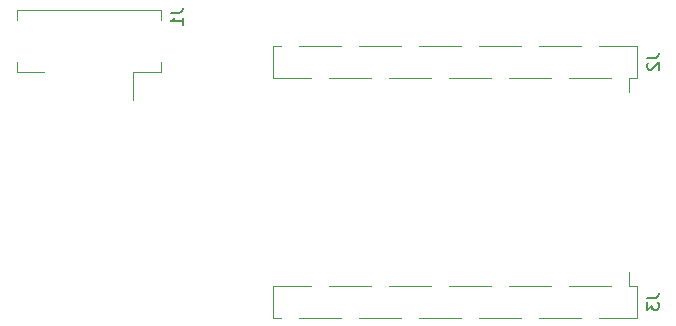
<source format=gbr>
%TF.GenerationSoftware,KiCad,Pcbnew,7.0.6*%
%TF.CreationDate,2023-10-13T04:00:25-07:00*%
%TF.ProjectId,SAL-FP_Keyboard,53414c2d-4650-45f4-9b65-79626f617264,A*%
%TF.SameCoordinates,PX8be9df0PY734a290*%
%TF.FileFunction,Legend,Bot*%
%TF.FilePolarity,Positive*%
%FSLAX46Y46*%
G04 Gerber Fmt 4.6, Leading zero omitted, Abs format (unit mm)*
G04 Created by KiCad (PCBNEW 7.0.6) date 2023-10-13 04:00:25*
%MOMM*%
%LPD*%
G01*
G04 APERTURE LIST*
%ADD10C,0.150000*%
%ADD11C,0.120000*%
G04 APERTURE END LIST*
D10*
X-93280181Y-696666D02*
X-92565896Y-696666D01*
X-92565896Y-696666D02*
X-92423039Y-649047D01*
X-92423039Y-649047D02*
X-92327800Y-553809D01*
X-92327800Y-553809D02*
X-92280181Y-410952D01*
X-92280181Y-410952D02*
X-92280181Y-315714D01*
X-92280181Y-1696666D02*
X-92280181Y-1125238D01*
X-92280181Y-1410952D02*
X-93280181Y-1410952D01*
X-93280181Y-1410952D02*
X-93137324Y-1315714D01*
X-93137324Y-1315714D02*
X-93042086Y-1220476D01*
X-93042086Y-1220476D02*
X-92994467Y-1125238D01*
X-52945181Y-24826666D02*
X-52230896Y-24826666D01*
X-52230896Y-24826666D02*
X-52088039Y-24779047D01*
X-52088039Y-24779047D02*
X-51992800Y-24683809D01*
X-51992800Y-24683809D02*
X-51945181Y-24540952D01*
X-51945181Y-24540952D02*
X-51945181Y-24445714D01*
X-52945181Y-25207619D02*
X-52945181Y-25826666D01*
X-52945181Y-25826666D02*
X-52564229Y-25493333D01*
X-52564229Y-25493333D02*
X-52564229Y-25636190D01*
X-52564229Y-25636190D02*
X-52516610Y-25731428D01*
X-52516610Y-25731428D02*
X-52468991Y-25779047D01*
X-52468991Y-25779047D02*
X-52373753Y-25826666D01*
X-52373753Y-25826666D02*
X-52135658Y-25826666D01*
X-52135658Y-25826666D02*
X-52040420Y-25779047D01*
X-52040420Y-25779047D02*
X-51992800Y-25731428D01*
X-51992800Y-25731428D02*
X-51945181Y-25636190D01*
X-51945181Y-25636190D02*
X-51945181Y-25350476D01*
X-51945181Y-25350476D02*
X-51992800Y-25255238D01*
X-51992800Y-25255238D02*
X-52040420Y-25207619D01*
X-52945181Y-4506666D02*
X-52230896Y-4506666D01*
X-52230896Y-4506666D02*
X-52088039Y-4459047D01*
X-52088039Y-4459047D02*
X-51992800Y-4363809D01*
X-51992800Y-4363809D02*
X-51945181Y-4220952D01*
X-51945181Y-4220952D02*
X-51945181Y-4125714D01*
X-52849943Y-4935238D02*
X-52897562Y-4982857D01*
X-52897562Y-4982857D02*
X-52945181Y-5078095D01*
X-52945181Y-5078095D02*
X-52945181Y-5316190D01*
X-52945181Y-5316190D02*
X-52897562Y-5411428D01*
X-52897562Y-5411428D02*
X-52849943Y-5459047D01*
X-52849943Y-5459047D02*
X-52754705Y-5506666D01*
X-52754705Y-5506666D02*
X-52659467Y-5506666D01*
X-52659467Y-5506666D02*
X-52516610Y-5459047D01*
X-52516610Y-5459047D02*
X-51945181Y-4887619D01*
X-51945181Y-4887619D02*
X-51945181Y-5506666D01*
D11*
%TO.C,J1*%
X-94143000Y-5700000D02*
X-96468000Y-5700000D01*
X-94143000Y-4850000D02*
X-94143000Y-5700000D01*
X-94143000Y-1330000D02*
X-94143000Y-480000D01*
X-94143000Y-480000D02*
X-106313000Y-480000D01*
X-96468000Y-5700000D02*
X-96468000Y-8090000D01*
X-106313000Y-5700000D02*
X-103988000Y-5700000D01*
X-106313000Y-4850000D02*
X-106313000Y-5700000D01*
X-106313000Y-480000D02*
X-106313000Y-1330000D01*
%TO.C,J3*%
X-84640000Y-26490000D02*
X-84640000Y-23830000D01*
X-83970000Y-26490000D02*
X-84640000Y-26490000D01*
X-78890000Y-26490000D02*
X-82450000Y-26490000D01*
X-73810000Y-26490000D02*
X-77370000Y-26490000D01*
X-68730000Y-26490000D02*
X-72290000Y-26490000D01*
X-63650000Y-26490000D02*
X-67210000Y-26490000D01*
X-58570000Y-26490000D02*
X-62130000Y-26490000D01*
X-53840000Y-26490000D02*
X-57050000Y-26490000D01*
X-53840000Y-26490000D02*
X-53840000Y-23830000D01*
X-81430000Y-23830000D02*
X-84640000Y-23830000D01*
X-76350000Y-23830000D02*
X-79910000Y-23830000D01*
X-71270000Y-23830000D02*
X-74830000Y-23830000D01*
X-66190000Y-23830000D02*
X-69750000Y-23830000D01*
X-61110000Y-23830000D02*
X-64670000Y-23830000D01*
X-56030000Y-23830000D02*
X-59590000Y-23830000D01*
X-54510000Y-23830000D02*
X-54510000Y-22620000D01*
X-53840000Y-23830000D02*
X-54510000Y-23830000D01*
%TO.C,J2*%
X-54510000Y-7380000D02*
X-54510000Y-6170000D01*
X-84640000Y-6170000D02*
X-84640000Y-3510000D01*
X-81430000Y-6170000D02*
X-84640000Y-6170000D01*
X-76350000Y-6170000D02*
X-79910000Y-6170000D01*
X-71270000Y-6170000D02*
X-74830000Y-6170000D01*
X-66190000Y-6170000D02*
X-69750000Y-6170000D01*
X-61110000Y-6170000D02*
X-64670000Y-6170000D01*
X-56030000Y-6170000D02*
X-59590000Y-6170000D01*
X-53840000Y-6170000D02*
X-54510000Y-6170000D01*
X-53840000Y-6170000D02*
X-53840000Y-3510000D01*
X-83970000Y-3510000D02*
X-84640000Y-3510000D01*
X-78890000Y-3510000D02*
X-82450000Y-3510000D01*
X-73810000Y-3510000D02*
X-77370000Y-3510000D01*
X-68730000Y-3510000D02*
X-72290000Y-3510000D01*
X-63650000Y-3510000D02*
X-67210000Y-3510000D01*
X-58570000Y-3510000D02*
X-62130000Y-3510000D01*
X-53840000Y-3510000D02*
X-57050000Y-3510000D01*
%TD*%
M02*

</source>
